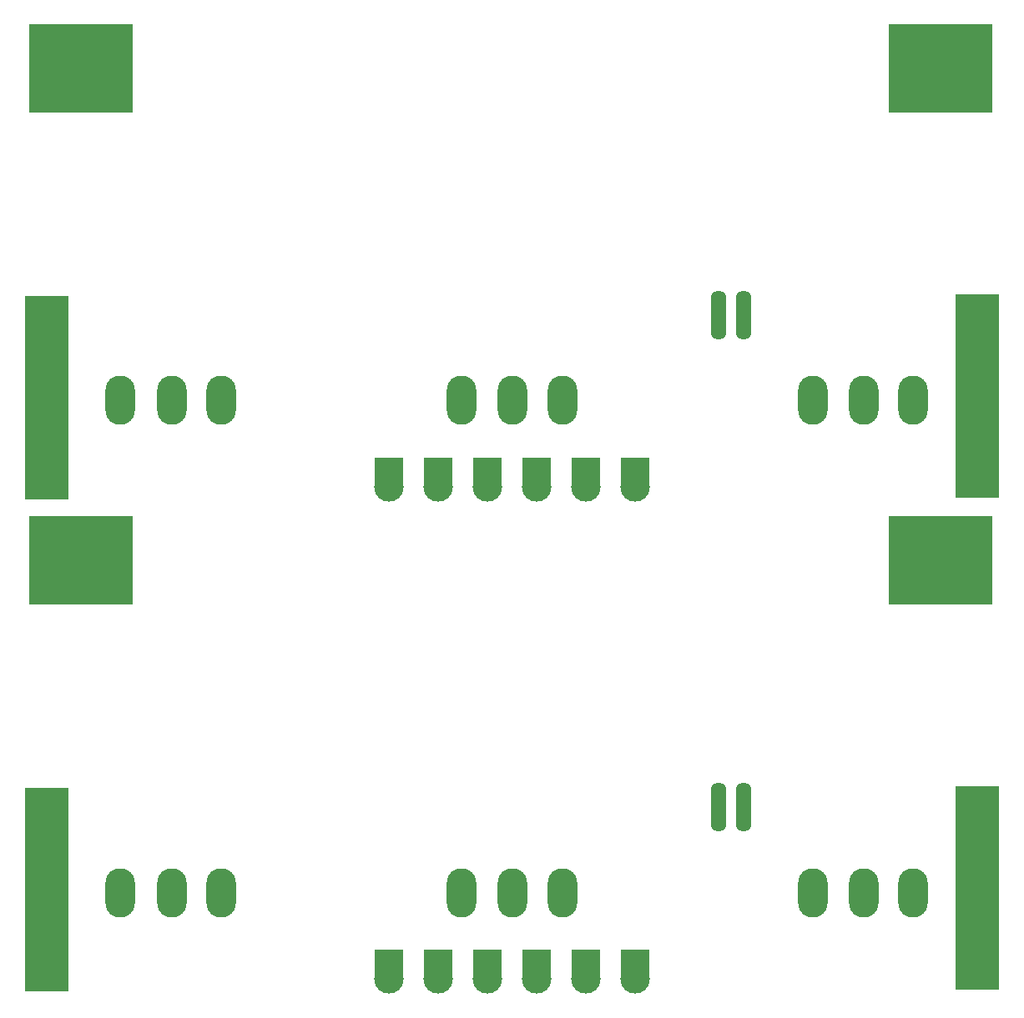
<source format=gbp>
G04*
G04 #@! TF.GenerationSoftware,Altium Limited,Altium Designer,21.0.8 (223)*
G04*
G04 Layer_Color=128*
%FSLAX25Y25*%
%MOIN*%
G70*
G04*
G04 #@! TF.SameCoordinates,1038851D-6751-456F-ADCF-613883C18876*
G04*
G04*
G04 #@! TF.FilePolarity,Positive*
G04*
G01*
G75*
%ADD13O,0.11811X0.19685*%
%ADD14R,0.11811X0.11811*%
%ADD15C,0.11811*%
%ADD16O,0.06299X0.19685*%
%ADD18R,0.41339X0.35433*%
%ADD19R,0.17717X0.81496*%
%ADD20R,0.41339X0.35433*%
%ADD21R,0.41339X0.35433*%
%ADD22R,0.41339X0.35433*%
D13*
X148008Y149894D02*
D03*
X168480D02*
D03*
X188165D02*
D03*
X284228Y149894D02*
D03*
X304701D02*
D03*
X324386D02*
D03*
X464543Y149894D02*
D03*
X444858D02*
D03*
X424386D02*
D03*
X148008Y346744D02*
D03*
X168480D02*
D03*
X188165D02*
D03*
X284228Y346744D02*
D03*
X304701D02*
D03*
X324386D02*
D03*
X464543Y346744D02*
D03*
X444858D02*
D03*
X424386D02*
D03*
D14*
X294508Y121280D02*
D03*
X255138Y121280D02*
D03*
X314193D02*
D03*
X353563D02*
D03*
X274823D02*
D03*
X333878Y121280D02*
D03*
X294508Y318130D02*
D03*
X255138Y318130D02*
D03*
X314193D02*
D03*
X353563D02*
D03*
X274823D02*
D03*
X333878Y318130D02*
D03*
D15*
X294508Y115374D02*
D03*
X255138Y115374D02*
D03*
X314193D02*
D03*
X353563Y115374D02*
D03*
X274823Y115374D02*
D03*
X333878Y115374D02*
D03*
X294508Y312224D02*
D03*
X255138Y312224D02*
D03*
X314193D02*
D03*
X353563Y312224D02*
D03*
X274823Y312224D02*
D03*
X333878Y312224D02*
D03*
D16*
X396870Y184075D02*
D03*
X387028D02*
D03*
X396870Y380925D02*
D03*
X387028D02*
D03*
D18*
X475610Y282697D02*
D03*
D19*
X118480Y151075D02*
D03*
X490331Y151665D02*
D03*
X118480Y347925D02*
D03*
X490331Y348516D02*
D03*
D20*
X132106Y282697D02*
D03*
D21*
X475610Y479547D02*
D03*
D22*
X132106D02*
D03*
M02*

</source>
